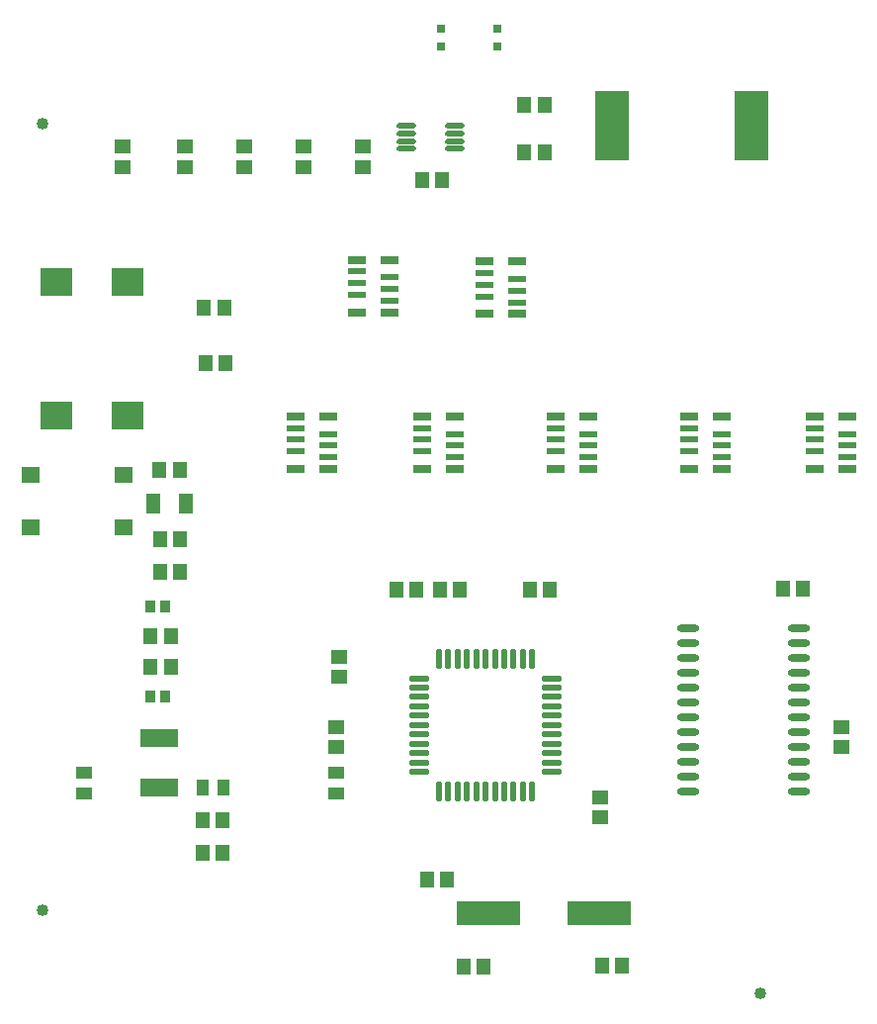
<source format=gtp>
G04 Layer_Color=8421504*
%FSAX24Y24*%
%MOIN*%
G70*
G01*
G75*
%ADD10O,0.0669X0.0177*%
%ADD11R,0.0630X0.0551*%
%ADD12R,0.0315X0.0315*%
%ADD13R,0.1181X0.2362*%
%ADD14R,0.0591X0.0236*%
%ADD15R,0.0591X0.0315*%
%ADD16R,0.0472X0.0551*%
%ADD17O,0.0748X0.0236*%
%ADD18O,0.0689X0.0217*%
%ADD19O,0.0217X0.0689*%
%ADD20R,0.0453X0.0551*%
%ADD21R,0.0551X0.0453*%
%ADD22R,0.0453X0.0532*%
%ADD23R,0.1102X0.0945*%
%ADD24R,0.0512X0.0669*%
%ADD25R,0.2165X0.0787*%
%ADD26R,0.0551X0.0472*%
%ADD27R,0.0559X0.0445*%
%ADD28R,0.0445X0.0559*%
%ADD29R,0.0354X0.0394*%
%ADD30R,0.1260X0.0591*%
%ADD31C,0.0400*%
D10*
X025427Y039966D02*
D03*
Y040222D02*
D03*
Y040478D02*
D03*
Y040734D02*
D03*
X023773Y039966D02*
D03*
Y040222D02*
D03*
Y040478D02*
D03*
Y040734D02*
D03*
D11*
X011100Y028972D02*
D03*
X014250D02*
D03*
Y027200D02*
D03*
X011100D02*
D03*
D12*
X026850Y043409D02*
D03*
Y044000D02*
D03*
X024950Y043409D02*
D03*
Y044000D02*
D03*
D13*
X035422Y040730D02*
D03*
X030698D02*
D03*
D14*
X029902Y029572D02*
D03*
X028800Y029769D02*
D03*
X029902Y029966D02*
D03*
X028800Y030163D02*
D03*
X029902Y030359D02*
D03*
X028800Y030556D02*
D03*
X038652Y029572D02*
D03*
X037550Y029769D02*
D03*
X038652Y029966D02*
D03*
X037550Y030163D02*
D03*
X038652Y030359D02*
D03*
X037550Y030556D02*
D03*
X033300D02*
D03*
X034402Y030359D02*
D03*
X033300Y030163D02*
D03*
X034402Y029966D02*
D03*
X033300Y029769D02*
D03*
X034402Y029572D02*
D03*
X024300Y030556D02*
D03*
X025402Y030359D02*
D03*
X024300Y030163D02*
D03*
X025402Y029966D02*
D03*
X024300Y029769D02*
D03*
X025402Y029572D02*
D03*
X021152D02*
D03*
X020050Y029769D02*
D03*
X021152Y029966D02*
D03*
X020050Y030163D02*
D03*
X021152Y030359D02*
D03*
X020050Y030556D02*
D03*
X026400Y035778D02*
D03*
X027502Y035581D02*
D03*
X026400Y035384D02*
D03*
X027502Y035187D02*
D03*
X026400Y034991D02*
D03*
X027502Y034794D02*
D03*
X023200Y034850D02*
D03*
X022098Y035047D02*
D03*
X023200Y035244D02*
D03*
X022098Y035441D02*
D03*
X023200Y035637D02*
D03*
X022098Y035834D02*
D03*
D15*
X028800Y029178D02*
D03*
X029902D02*
D03*
Y030950D02*
D03*
X028800D02*
D03*
X037550Y029178D02*
D03*
X038652D02*
D03*
Y030950D02*
D03*
X037550D02*
D03*
X033300D02*
D03*
X034402D02*
D03*
Y029178D02*
D03*
X033300D02*
D03*
X024300Y030950D02*
D03*
X025402D02*
D03*
Y029178D02*
D03*
X024300D02*
D03*
X020050D02*
D03*
X021152D02*
D03*
Y030950D02*
D03*
X020050D02*
D03*
X027502Y036172D02*
D03*
X026400D02*
D03*
Y034400D02*
D03*
X027502D02*
D03*
X023200Y034456D02*
D03*
X022098D02*
D03*
Y036228D02*
D03*
X023200D02*
D03*
D16*
X028619Y025100D02*
D03*
X027950D02*
D03*
X024969Y038900D02*
D03*
X024300D02*
D03*
X016135Y026800D02*
D03*
X015465D02*
D03*
X016135Y025700D02*
D03*
X015465D02*
D03*
X025700Y012400D02*
D03*
X026369D02*
D03*
X031035Y012450D02*
D03*
X030365D02*
D03*
X036465Y025150D02*
D03*
X037135D02*
D03*
X024465Y015350D02*
D03*
X025135D02*
D03*
X017569Y016250D02*
D03*
X016900D02*
D03*
X016915Y017350D02*
D03*
X017585D02*
D03*
X024900Y025100D02*
D03*
X025569D02*
D03*
X023431D02*
D03*
X024100D02*
D03*
D17*
X037020Y018300D02*
D03*
Y018800D02*
D03*
X033280D02*
D03*
Y018300D02*
D03*
Y023800D02*
D03*
Y023300D02*
D03*
Y022800D02*
D03*
Y022300D02*
D03*
Y021800D02*
D03*
Y021300D02*
D03*
Y020800D02*
D03*
Y020300D02*
D03*
Y019800D02*
D03*
Y019300D02*
D03*
X037020Y023800D02*
D03*
Y023300D02*
D03*
Y022800D02*
D03*
Y022300D02*
D03*
Y021800D02*
D03*
Y021300D02*
D03*
Y020800D02*
D03*
Y020300D02*
D03*
Y019800D02*
D03*
Y019300D02*
D03*
D18*
X024226Y022125D02*
D03*
Y021810D02*
D03*
Y021495D02*
D03*
Y021180D02*
D03*
Y020865D02*
D03*
Y020550D02*
D03*
Y020235D02*
D03*
Y019920D02*
D03*
Y019605D02*
D03*
Y019290D02*
D03*
Y018975D02*
D03*
X028674D02*
D03*
Y019290D02*
D03*
Y019605D02*
D03*
Y019920D02*
D03*
Y020235D02*
D03*
Y020550D02*
D03*
Y020865D02*
D03*
Y021180D02*
D03*
Y021495D02*
D03*
Y021810D02*
D03*
Y022125D02*
D03*
D19*
X024875Y018326D02*
D03*
X025190D02*
D03*
X025505D02*
D03*
X025820D02*
D03*
X026135D02*
D03*
X026450D02*
D03*
X026765D02*
D03*
X027080D02*
D03*
X027395D02*
D03*
X027710D02*
D03*
X028025D02*
D03*
Y022774D02*
D03*
X027710D02*
D03*
X027395D02*
D03*
X027080D02*
D03*
X026765D02*
D03*
X026450D02*
D03*
X026135D02*
D03*
X025820D02*
D03*
X025505D02*
D03*
X025190D02*
D03*
X024875D02*
D03*
D20*
X027756Y041450D02*
D03*
X028444D02*
D03*
X027756Y039850D02*
D03*
X028444D02*
D03*
X016144Y029150D02*
D03*
X015456D02*
D03*
X016956Y034600D02*
D03*
X017644D02*
D03*
X017006Y032750D02*
D03*
X017694D02*
D03*
D21*
X022300Y039356D02*
D03*
Y040044D02*
D03*
X016300D02*
D03*
Y039356D02*
D03*
X018300Y040044D02*
D03*
Y039356D02*
D03*
X014200Y040044D02*
D03*
Y039356D02*
D03*
X038450Y020494D02*
D03*
Y019806D02*
D03*
X020300Y040044D02*
D03*
Y039356D02*
D03*
D22*
X015844Y022500D02*
D03*
Y023550D02*
D03*
X015156Y022500D02*
D03*
Y023550D02*
D03*
D23*
X011968Y035472D02*
D03*
X014370D02*
D03*
X011968Y030984D02*
D03*
X014370D02*
D03*
D24*
X016351Y028000D02*
D03*
X015249D02*
D03*
D25*
X026550Y014200D02*
D03*
X030290D02*
D03*
D26*
X021400Y019815D02*
D03*
Y020485D02*
D03*
X030300Y018100D02*
D03*
Y017431D02*
D03*
X021500Y022850D02*
D03*
Y022181D02*
D03*
D27*
X021400Y018950D02*
D03*
Y018253D02*
D03*
X012900Y018252D02*
D03*
Y018948D02*
D03*
D28*
X017598Y018450D02*
D03*
X016902D02*
D03*
D29*
X015144Y024550D02*
D03*
X015656D02*
D03*
X015656Y021500D02*
D03*
X015144D02*
D03*
D30*
X015450Y018450D02*
D03*
Y020104D02*
D03*
D31*
X035700Y011500D02*
D03*
X011500Y014300D02*
D03*
Y040800D02*
D03*
M02*

</source>
